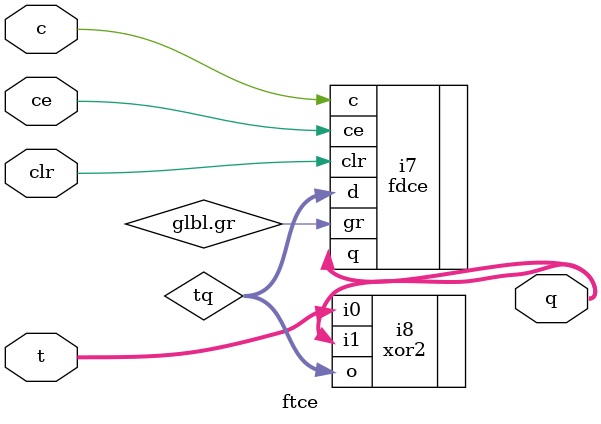
<source format=v>

module ftce (q, c, ce, clr, t );
// generated by Concept HDL Direct Version 2.1 24-Jan-96
// on Sat Feb 10 09:20:13 1996
// from /net/cds9514/usr3/PIC/xilinx/symbols/lib/xm3000/ftce/logic

  parameter init = 0;
  parameter size = 0;

  output [size-1:0] q;
  input  c;
  input  ce;
  input  clr;
  input [size-1:0] t;
  // global signal glbl.gr;

  wire [size-1:0] tq;

// begin instances 

  fdce i7  (.c(c),
	.ce(ce),
	.clr(clr),
	.d(tq[size-1:0]),
	.gr(glbl.gr),
	.q(q[size-1:0]));
  defparam i7.size = 1;

  xor2 i8  (.i0(t[size-1:0]),
	.i1(q[size-1:0]),
	.o(tq[size-1:0]));
  defparam i8.size = size;

  drawing i9  ();

endmodule // ftce(logic) 

</source>
